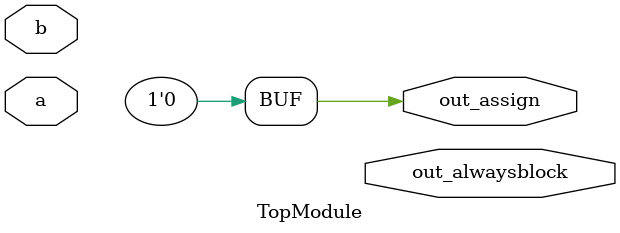
<source format=v>
module TopModule (
  input a,
  input b,
  output out_assign,
  output reg out_alwaysblock
);

  // Default assignment to satisfy synthesis requirements.  Crucial for avoiding errors.
  assign out_assign = 0; 

endmodule
</source>
